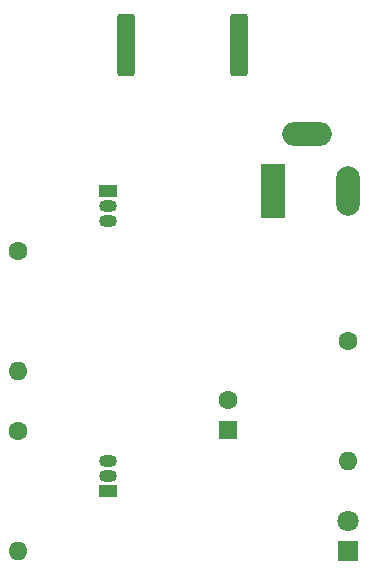
<source format=gbr>
%TF.GenerationSoftware,KiCad,Pcbnew,7.0.9*%
%TF.CreationDate,2023-12-16T18:18:26+09:00*%
%TF.ProjectId,______1,d7edb8a7-afc8-4312-9e6b-696361645f70,rev?*%
%TF.SameCoordinates,PX5e58d50PY7916890*%
%TF.FileFunction,Soldermask,Top*%
%TF.FilePolarity,Negative*%
%FSLAX46Y46*%
G04 Gerber Fmt 4.6, Leading zero omitted, Abs format (unit mm)*
G04 Created by KiCad (PCBNEW 7.0.9) date 2023-12-16 18:18:26*
%MOMM*%
%LPD*%
G01*
G04 APERTURE LIST*
G04 Aperture macros list*
%AMRoundRect*
0 Rectangle with rounded corners*
0 $1 Rounding radius*
0 $2 $3 $4 $5 $6 $7 $8 $9 X,Y pos of 4 corners*
0 Add a 4 corners polygon primitive as box body*
4,1,4,$2,$3,$4,$5,$6,$7,$8,$9,$2,$3,0*
0 Add four circle primitives for the rounded corners*
1,1,$1+$1,$2,$3*
1,1,$1+$1,$4,$5*
1,1,$1+$1,$6,$7*
1,1,$1+$1,$8,$9*
0 Add four rect primitives between the rounded corners*
20,1,$1+$1,$2,$3,$4,$5,0*
20,1,$1+$1,$4,$5,$6,$7,0*
20,1,$1+$1,$6,$7,$8,$9,0*
20,1,$1+$1,$8,$9,$2,$3,0*%
G04 Aperture macros list end*
%ADD10RoundRect,0.250001X-0.487499X-2.399999X0.487499X-2.399999X0.487499X2.399999X-0.487499X2.399999X0*%
%ADD11R,1.500000X1.050000*%
%ADD12O,1.500000X1.050000*%
%ADD13C,1.600000*%
%ADD14O,1.600000X1.600000*%
%ADD15R,1.800000X1.800000*%
%ADD16C,1.800000*%
%ADD17R,2.000000X4.600000*%
%ADD18O,2.000000X4.200000*%
%ADD19O,4.200000X2.000000*%
%ADD20R,1.600000X1.600000*%
G04 APERTURE END LIST*
D10*
%TO.C,REF\u002A\u002A*%
X69660000Y50680000D03*
X60035000Y50680000D03*
%TD*%
D11*
%TO.C,Q2*%
X58550000Y38370000D03*
D12*
X58550000Y37100000D03*
X58550000Y35830000D03*
%TD*%
D13*
%TO.C,R2*%
X50930000Y33290000D03*
D14*
X50930000Y23130000D03*
%TD*%
D13*
%TO.C,R1*%
X78870000Y25670000D03*
D14*
X78870000Y15510000D03*
%TD*%
D15*
%TO.C,D1*%
X78870000Y7890000D03*
D16*
X78870000Y10430000D03*
%TD*%
D17*
%TO.C,J1*%
X72520000Y38370000D03*
D18*
X78820000Y38370000D03*
D19*
X75420000Y43170000D03*
%TD*%
D20*
%TO.C,C1*%
X68710000Y18130000D03*
D13*
X68710000Y20630000D03*
%TD*%
%TO.C,R3*%
X50930000Y18050000D03*
D14*
X50930000Y7890000D03*
%TD*%
D11*
%TO.C,Q1*%
X58550000Y12970000D03*
D12*
X58550000Y14240000D03*
X58550000Y15510000D03*
%TD*%
M02*

</source>
